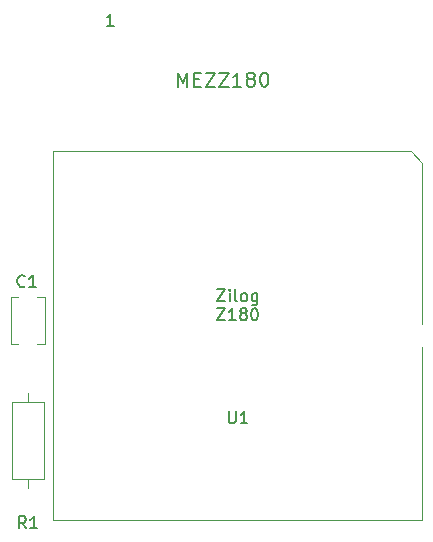
<source format=gto>
G04 #@! TF.GenerationSoftware,KiCad,Pcbnew,(6.0.10-0)*
G04 #@! TF.CreationDate,2022-12-24T01:35:34+09:00*
G04 #@! TF.ProjectId,MEZZ180,4d455a5a-3138-4302-9e6b-696361645f70,A*
G04 #@! TF.SameCoordinates,PX5f5e100PY8f0d180*
G04 #@! TF.FileFunction,Legend,Top*
G04 #@! TF.FilePolarity,Positive*
%FSLAX46Y46*%
G04 Gerber Fmt 4.6, Leading zero omitted, Abs format (unit mm)*
G04 Created by KiCad (PCBNEW (6.0.10-0)) date 2022-12-24 01:35:34*
%MOMM*%
%LPD*%
G01*
G04 APERTURE LIST*
%ADD10C,0.150000*%
%ADD11C,0.200000*%
%ADD12C,0.120000*%
G04 APERTURE END LIST*
D10*
X9175714Y51617620D02*
X8604285Y51617620D01*
X8890000Y51617620D02*
X8890000Y52617620D01*
X8794761Y52474762D01*
X8699523Y52379524D01*
X8604285Y52331905D01*
X17946904Y29292620D02*
X18613571Y29292620D01*
X17946904Y28292620D01*
X18613571Y28292620D01*
X18994523Y28292620D02*
X18994523Y28959286D01*
X18994523Y29292620D02*
X18946904Y29245000D01*
X18994523Y29197381D01*
X19042142Y29245000D01*
X18994523Y29292620D01*
X18994523Y29197381D01*
X19613571Y28292620D02*
X19518333Y28340239D01*
X19470714Y28435477D01*
X19470714Y29292620D01*
X20137380Y28292620D02*
X20042142Y28340239D01*
X19994523Y28387858D01*
X19946904Y28483096D01*
X19946904Y28768810D01*
X19994523Y28864048D01*
X20042142Y28911667D01*
X20137380Y28959286D01*
X20280238Y28959286D01*
X20375476Y28911667D01*
X20423095Y28864048D01*
X20470714Y28768810D01*
X20470714Y28483096D01*
X20423095Y28387858D01*
X20375476Y28340239D01*
X20280238Y28292620D01*
X20137380Y28292620D01*
X21327857Y28959286D02*
X21327857Y28149762D01*
X21280238Y28054524D01*
X21232619Y28006905D01*
X21137380Y27959286D01*
X20994523Y27959286D01*
X20899285Y28006905D01*
X21327857Y28340239D02*
X21232619Y28292620D01*
X21042142Y28292620D01*
X20946904Y28340239D01*
X20899285Y28387858D01*
X20851666Y28483096D01*
X20851666Y28768810D01*
X20899285Y28864048D01*
X20946904Y28911667D01*
X21042142Y28959286D01*
X21232619Y28959286D01*
X21327857Y28911667D01*
X17923095Y27682620D02*
X18589761Y27682620D01*
X17923095Y26682620D01*
X18589761Y26682620D01*
X19494523Y26682620D02*
X18923095Y26682620D01*
X19208809Y26682620D02*
X19208809Y27682620D01*
X19113571Y27539762D01*
X19018333Y27444524D01*
X18923095Y27396905D01*
X20065952Y27254048D02*
X19970714Y27301667D01*
X19923095Y27349286D01*
X19875476Y27444524D01*
X19875476Y27492143D01*
X19923095Y27587381D01*
X19970714Y27635000D01*
X20065952Y27682620D01*
X20256428Y27682620D01*
X20351666Y27635000D01*
X20399285Y27587381D01*
X20446904Y27492143D01*
X20446904Y27444524D01*
X20399285Y27349286D01*
X20351666Y27301667D01*
X20256428Y27254048D01*
X20065952Y27254048D01*
X19970714Y27206429D01*
X19923095Y27158810D01*
X19875476Y27063572D01*
X19875476Y26873096D01*
X19923095Y26777858D01*
X19970714Y26730239D01*
X20065952Y26682620D01*
X20256428Y26682620D01*
X20351666Y26730239D01*
X20399285Y26777858D01*
X20446904Y26873096D01*
X20446904Y27063572D01*
X20399285Y27158810D01*
X20351666Y27206429D01*
X20256428Y27254048D01*
X21065952Y27682620D02*
X21161190Y27682620D01*
X21256428Y27635000D01*
X21304047Y27587381D01*
X21351666Y27492143D01*
X21399285Y27301667D01*
X21399285Y27063572D01*
X21351666Y26873096D01*
X21304047Y26777858D01*
X21256428Y26730239D01*
X21161190Y26682620D01*
X21065952Y26682620D01*
X20970714Y26730239D01*
X20923095Y26777858D01*
X20875476Y26873096D01*
X20827857Y27063572D01*
X20827857Y27301667D01*
X20875476Y27492143D01*
X20923095Y27587381D01*
X20970714Y27635000D01*
X21065952Y27682620D01*
D11*
X14615000Y46447143D02*
X14615000Y47647143D01*
X15015000Y46790000D01*
X15415000Y47647143D01*
X15415000Y46447143D01*
X15986428Y47075715D02*
X16386428Y47075715D01*
X16557857Y46447143D02*
X15986428Y46447143D01*
X15986428Y47647143D01*
X16557857Y47647143D01*
X16957857Y47647143D02*
X17757857Y47647143D01*
X16957857Y46447143D01*
X17757857Y46447143D01*
X18100714Y47647143D02*
X18900714Y47647143D01*
X18100714Y46447143D01*
X18900714Y46447143D01*
X19986428Y46447143D02*
X19300714Y46447143D01*
X19643571Y46447143D02*
X19643571Y47647143D01*
X19529285Y47475715D01*
X19415000Y47361429D01*
X19300714Y47304286D01*
X20672142Y47132858D02*
X20557857Y47190000D01*
X20500714Y47247143D01*
X20443571Y47361429D01*
X20443571Y47418572D01*
X20500714Y47532858D01*
X20557857Y47590000D01*
X20672142Y47647143D01*
X20900714Y47647143D01*
X21015000Y47590000D01*
X21072142Y47532858D01*
X21129285Y47418572D01*
X21129285Y47361429D01*
X21072142Y47247143D01*
X21015000Y47190000D01*
X20900714Y47132858D01*
X20672142Y47132858D01*
X20557857Y47075715D01*
X20500714Y47018572D01*
X20443571Y46904286D01*
X20443571Y46675715D01*
X20500714Y46561429D01*
X20557857Y46504286D01*
X20672142Y46447143D01*
X20900714Y46447143D01*
X21015000Y46504286D01*
X21072142Y46561429D01*
X21129285Y46675715D01*
X21129285Y46904286D01*
X21072142Y47018572D01*
X21015000Y47075715D01*
X20900714Y47132858D01*
X21872142Y47647143D02*
X21986428Y47647143D01*
X22100714Y47590000D01*
X22157857Y47532858D01*
X22215000Y47418572D01*
X22272142Y47190000D01*
X22272142Y46904286D01*
X22215000Y46675715D01*
X22157857Y46561429D01*
X22100714Y46504286D01*
X21986428Y46447143D01*
X21872142Y46447143D01*
X21757857Y46504286D01*
X21700714Y46561429D01*
X21643571Y46675715D01*
X21586428Y46904286D01*
X21586428Y47190000D01*
X21643571Y47418572D01*
X21700714Y47532858D01*
X21757857Y47590000D01*
X21872142Y47647143D01*
D10*
X1738333Y9072620D02*
X1405000Y9548810D01*
X1166904Y9072620D02*
X1166904Y10072620D01*
X1547857Y10072620D01*
X1643095Y10025000D01*
X1690714Y9977381D01*
X1738333Y9882143D01*
X1738333Y9739286D01*
X1690714Y9644048D01*
X1643095Y9596429D01*
X1547857Y9548810D01*
X1166904Y9548810D01*
X2690714Y9072620D02*
X2119285Y9072620D01*
X2405000Y9072620D02*
X2405000Y10072620D01*
X2309761Y9929762D01*
X2214523Y9834524D01*
X2119285Y9786905D01*
X18923095Y18962620D02*
X18923095Y18153096D01*
X18970714Y18057858D01*
X19018333Y18010239D01*
X19113571Y17962620D01*
X19304047Y17962620D01*
X19399285Y18010239D01*
X19446904Y18057858D01*
X19494523Y18153096D01*
X19494523Y18962620D01*
X20494523Y17962620D02*
X19923095Y17962620D01*
X20208809Y17962620D02*
X20208809Y18962620D01*
X20113571Y18819762D01*
X20018333Y18724524D01*
X19923095Y18676905D01*
X1643333Y29577858D02*
X1595714Y29530239D01*
X1452857Y29482620D01*
X1357619Y29482620D01*
X1214761Y29530239D01*
X1119523Y29625477D01*
X1071904Y29720715D01*
X1024285Y29911191D01*
X1024285Y30054048D01*
X1071904Y30244524D01*
X1119523Y30339762D01*
X1214761Y30435000D01*
X1357619Y30482620D01*
X1452857Y30482620D01*
X1595714Y30435000D01*
X1643333Y30387381D01*
X2595714Y29482620D02*
X2024285Y29482620D01*
X2310000Y29482620D02*
X2310000Y30482620D01*
X2214761Y30339762D01*
X2119523Y30244524D01*
X2024285Y30196905D01*
D12*
X1905000Y20550000D02*
X1905000Y19780000D01*
X1905000Y12470000D02*
X1905000Y13240000D01*
X535000Y13240000D02*
X3275000Y13240000D01*
X3275000Y19780000D02*
X535000Y19780000D01*
X3275000Y13240000D02*
X3275000Y19780000D01*
X535000Y19780000D02*
X535000Y13240000D01*
X35310000Y9775000D02*
X35310000Y24400000D01*
X4060000Y9775000D02*
X35310000Y9775000D01*
X34310000Y41025000D02*
X4060000Y41025000D01*
X35310000Y40025000D02*
X34310000Y41025000D01*
X35310000Y26400000D02*
X35310000Y40025000D01*
X4060000Y41025000D02*
X4060000Y9775000D01*
X485000Y28690000D02*
X1110000Y28690000D01*
X485000Y24650000D02*
X485000Y28690000D01*
X485000Y24650000D02*
X1110000Y24650000D01*
X3325000Y24650000D02*
X3325000Y28690000D01*
X2700000Y28690000D02*
X3325000Y28690000D01*
X2700000Y24650000D02*
X3325000Y24650000D01*
M02*

</source>
